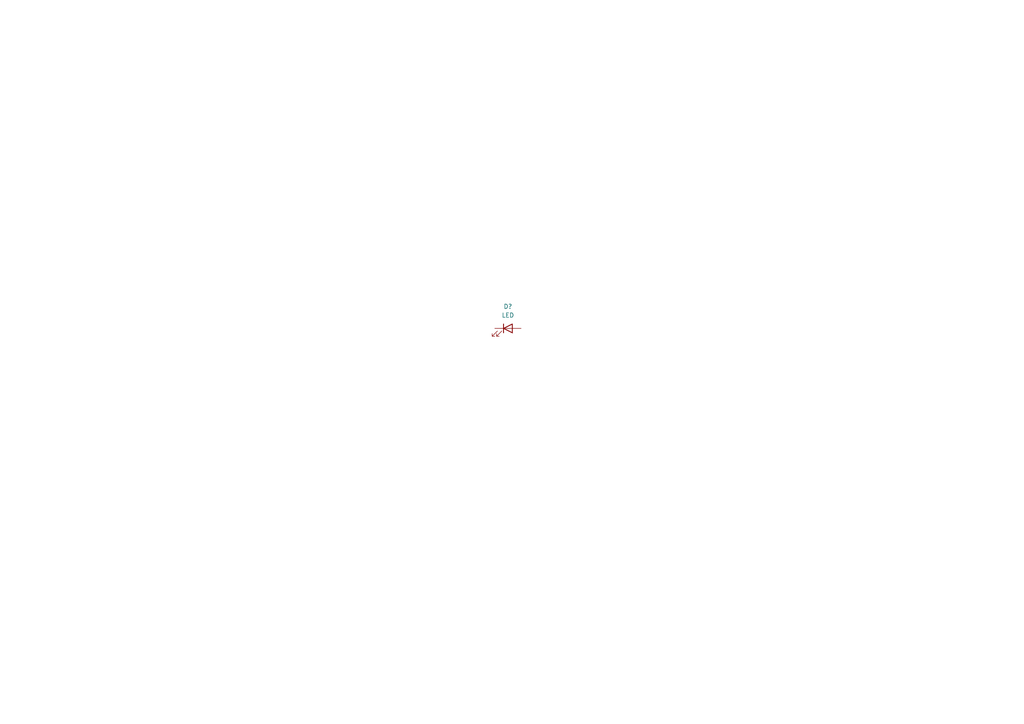
<source format=kicad_sch>
(kicad_sch (version 20201015) (generator eeschema)
  (paper "A4")
  (lib_symbols
    (symbol "Device:LED" (pin_numbers hide) (pin_names (offset 1.016) hide)
      (property "Reference" "D" (at 0 2.54 0))
      (property "Value" "LED" (at 0 -2.54 0))
      (symbol "LED_0_1"
        (polyline (pts (xy -1.27 -1.27) (xy -1.27 1.27)) (stroke (width 0.254)))
        (polyline (pts (xy -1.27 0) (xy 1.27 0)))
        (polyline (pts (xy 1.27 -1.27) (xy 1.27 1.27) (xy -1.27 0) (xy 1.27 -1.27)) (stroke (width 0.254)))
        (polyline (pts (xy -3.048 -0.762) (xy -4.572 -2.286) (xy -3.81 -2.286) (xy -4.572 -2.286) (xy -4.572 -1.524)))
        (polyline (pts (xy -1.778 -0.762) (xy -3.302 -2.286) (xy -2.54 -2.286) (xy -3.302 -2.286) (xy -3.302 -1.524)))
      )
      (symbol "LED_1_1"
        (pin passive line (at -3.81 0 0) (length 2.54) (name "K") (number "1"))
        (pin passive line (at 3.81 0 180) (length 2.54) (name "A") (number "2"))
      )
    )
  )
  (symbol (lib_id "Device:LED") (at 147.32 95.25 0) (unit 1)
    (property "Reference" "D?" (at 147.32 88.9 0))
    (property "Value" "LED" (at 147.32 91.44 0))
  )
)
</source>
